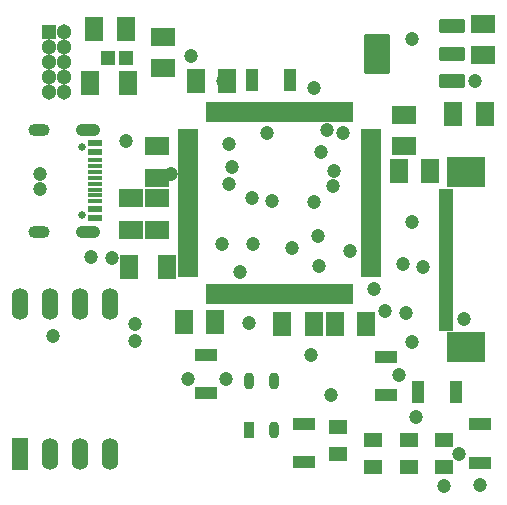
<source format=gts>
G04*
G04 #@! TF.GenerationSoftware,Altium Limited,Altium Designer,22.5.1 (42)*
G04*
G04 Layer_Color=8388736*
%FSLAX44Y44*%
%MOMM*%
G71*
G04*
G04 #@! TF.SameCoordinates,0A4DFAF1-6218-4570-9C88-57A128791E20*
G04*
G04*
G04 #@! TF.FilePolarity,Negative*
G04*
G01*
G75*
%ADD22R,1.1500X0.6000*%
%ADD23R,1.1500X0.3000*%
%ADD34O,0.8532X1.4532*%
%ADD35R,0.8532X1.4532*%
%ADD36R,1.8532X1.1032*%
%ADD37R,1.7272X0.5334*%
%ADD38R,0.5334X1.7272*%
%ADD39R,2.0232X1.6432*%
%ADD40R,1.1032X1.8532*%
%ADD41R,1.6032X1.2032*%
%ADD42R,1.3032X0.5032*%
%ADD43R,3.3032X2.5032*%
G04:AMPARAMS|DCode=44|XSize=3.4532mm|YSize=2.2532mm|CornerRadius=0.1529mm|HoleSize=0mm|Usage=FLASHONLY|Rotation=270.000|XOffset=0mm|YOffset=0mm|HoleType=Round|Shape=RoundedRectangle|*
%AMROUNDEDRECTD44*
21,1,3.4532,1.9475,0,0,270.0*
21,1,3.1475,2.2532,0,0,270.0*
1,1,0.3057,-0.9738,-1.5738*
1,1,0.3057,-0.9738,1.5738*
1,1,0.3057,0.9738,1.5738*
1,1,0.3057,0.9738,-1.5738*
%
%ADD44ROUNDEDRECTD44*%
G04:AMPARAMS|DCode=45|XSize=1.2032mm|YSize=2.2532mm|CornerRadius=0.1516mm|HoleSize=0mm|Usage=FLASHONLY|Rotation=270.000|XOffset=0mm|YOffset=0mm|HoleType=Round|Shape=RoundedRectangle|*
%AMROUNDEDRECTD45*
21,1,1.2032,1.9500,0,0,270.0*
21,1,0.9000,2.2532,0,0,270.0*
1,1,0.3032,-0.9750,-0.4500*
1,1,0.3032,-0.9750,0.4500*
1,1,0.3032,0.9750,0.4500*
1,1,0.3032,0.9750,-0.4500*
%
%ADD45ROUNDEDRECTD45*%
%ADD46R,1.5532X2.1032*%
%ADD47R,1.6432X2.0232*%
%ADD48R,1.2032X1.1732*%
%ADD49C,0.6500*%
G04:AMPARAMS|DCode=50|XSize=1mm|YSize=2.1mm|CornerRadius=0.5mm|HoleSize=0mm|Usage=FLASHONLY|Rotation=270.000|XOffset=0mm|YOffset=0mm|HoleType=Round|Shape=RoundedRectangle|*
%AMROUNDEDRECTD50*
21,1,1.0000,1.1000,0,0,270.0*
21,1,0.0000,2.1000,0,0,270.0*
1,1,1.0000,-0.5500,0.0000*
1,1,1.0000,-0.5500,0.0000*
1,1,1.0000,0.5500,0.0000*
1,1,1.0000,0.5500,0.0000*
%
%ADD50ROUNDEDRECTD50*%
G04:AMPARAMS|DCode=51|XSize=1mm|YSize=1.8mm|CornerRadius=0.5mm|HoleSize=0mm|Usage=FLASHONLY|Rotation=270.000|XOffset=0mm|YOffset=0mm|HoleType=Round|Shape=RoundedRectangle|*
%AMROUNDEDRECTD51*
21,1,1.0000,0.8000,0,0,270.0*
21,1,0.0000,1.8000,0,0,270.0*
1,1,1.0000,-0.4000,0.0000*
1,1,1.0000,-0.4000,0.0000*
1,1,1.0000,0.4000,0.0000*
1,1,1.0000,0.4000,0.0000*
%
%ADD51ROUNDEDRECTD51*%
%ADD52R,1.4032X2.7032*%
%ADD53O,1.4032X2.7032*%
%ADD54R,1.3032X1.3032*%
%ADD55C,1.3032*%
%ADD56C,1.2032*%
D22*
X76346Y237379D02*
D03*
Y301379D02*
D03*
Y245379D02*
D03*
Y293379D02*
D03*
D23*
Y251879D02*
D03*
Y256879D02*
D03*
Y261879D02*
D03*
Y266879D02*
D03*
Y271879D02*
D03*
Y276879D02*
D03*
Y281879D02*
D03*
Y286879D02*
D03*
D34*
X228340Y58172D02*
D03*
X206840Y99672D02*
D03*
X228340D02*
D03*
D35*
X206840Y58172D02*
D03*
D36*
X253254Y63404D02*
D03*
Y31104D02*
D03*
X170746Y121896D02*
D03*
Y89596D02*
D03*
X402000Y30700D02*
D03*
Y63000D02*
D03*
X323000Y120000D02*
D03*
Y87700D02*
D03*
D37*
X155284Y310284D02*
D03*
Y305284D02*
D03*
Y300284D02*
D03*
Y295284D02*
D03*
Y290284D02*
D03*
Y285284D02*
D03*
Y280284D02*
D03*
Y275284D02*
D03*
Y270284D02*
D03*
Y265284D02*
D03*
Y260284D02*
D03*
Y255284D02*
D03*
Y250284D02*
D03*
Y245284D02*
D03*
Y240284D02*
D03*
Y235284D02*
D03*
Y230284D02*
D03*
Y225284D02*
D03*
Y220284D02*
D03*
Y215284D02*
D03*
Y210284D02*
D03*
Y205284D02*
D03*
Y200284D02*
D03*
Y195284D02*
D03*
Y190284D02*
D03*
X309716D02*
D03*
Y195284D02*
D03*
Y200284D02*
D03*
Y205284D02*
D03*
Y210284D02*
D03*
Y215284D02*
D03*
Y220284D02*
D03*
Y225284D02*
D03*
Y230284D02*
D03*
Y235284D02*
D03*
Y240284D02*
D03*
Y245284D02*
D03*
Y250284D02*
D03*
Y255284D02*
D03*
Y260284D02*
D03*
Y265284D02*
D03*
Y270284D02*
D03*
Y275284D02*
D03*
Y280284D02*
D03*
Y285284D02*
D03*
Y290284D02*
D03*
Y295284D02*
D03*
Y300284D02*
D03*
Y305284D02*
D03*
Y310284D02*
D03*
D38*
X172500Y173068D02*
D03*
X177500D02*
D03*
X182500D02*
D03*
X187500D02*
D03*
X192500D02*
D03*
X197500D02*
D03*
X202500D02*
D03*
X207500D02*
D03*
X212500D02*
D03*
X217500D02*
D03*
X222500D02*
D03*
X227500D02*
D03*
X232500D02*
D03*
X237500D02*
D03*
X242500D02*
D03*
X247500D02*
D03*
X252500D02*
D03*
X257500D02*
D03*
X262500D02*
D03*
X267500D02*
D03*
X272500D02*
D03*
X277500D02*
D03*
X282500D02*
D03*
X287500D02*
D03*
X292500D02*
D03*
Y327500D02*
D03*
X287500D02*
D03*
X282500D02*
D03*
X277500D02*
D03*
X272500D02*
D03*
X267500D02*
D03*
X262500D02*
D03*
X257500D02*
D03*
X252500D02*
D03*
X247500D02*
D03*
X242500D02*
D03*
X237500D02*
D03*
X232500D02*
D03*
X227500D02*
D03*
X222500D02*
D03*
X217500D02*
D03*
X212500D02*
D03*
X207500D02*
D03*
X202500D02*
D03*
X197500D02*
D03*
X192500D02*
D03*
X187500D02*
D03*
X182500D02*
D03*
X177500D02*
D03*
X172500D02*
D03*
D39*
X107000Y227640D02*
D03*
Y254360D02*
D03*
X338000Y298640D02*
D03*
Y325360D02*
D03*
X134000Y391360D02*
D03*
Y364640D02*
D03*
X129000Y271640D02*
D03*
Y298360D02*
D03*
X405000Y402360D02*
D03*
Y375640D02*
D03*
X129000Y254360D02*
D03*
Y227640D02*
D03*
D40*
X381896Y90254D02*
D03*
X349596D02*
D03*
X209104Y354746D02*
D03*
X241404D02*
D03*
D41*
X342000Y49430D02*
D03*
Y26570D02*
D03*
X282000Y37570D02*
D03*
Y60430D02*
D03*
X372000Y49430D02*
D03*
Y26570D02*
D03*
X312000Y49430D02*
D03*
Y26570D02*
D03*
D42*
X373721Y260000D02*
D03*
Y255000D02*
D03*
Y250000D02*
D03*
Y245000D02*
D03*
Y240000D02*
D03*
Y235000D02*
D03*
Y230000D02*
D03*
Y225000D02*
D03*
Y220000D02*
D03*
Y215000D02*
D03*
Y210000D02*
D03*
Y205000D02*
D03*
Y200000D02*
D03*
Y195000D02*
D03*
Y190000D02*
D03*
Y185000D02*
D03*
Y180000D02*
D03*
Y175000D02*
D03*
Y170000D02*
D03*
Y165000D02*
D03*
Y160000D02*
D03*
Y155000D02*
D03*
Y150000D02*
D03*
Y145000D02*
D03*
D43*
X390721Y128300D02*
D03*
Y276700D02*
D03*
D44*
X315250Y377000D02*
D03*
D45*
X378750Y400000D02*
D03*
Y377000D02*
D03*
Y354000D02*
D03*
D46*
X137000Y196000D02*
D03*
X105000D02*
D03*
X104000Y352000D02*
D03*
X72000D02*
D03*
D47*
X360360Y278000D02*
D03*
X333640D02*
D03*
X102360Y398000D02*
D03*
X75640D02*
D03*
X188360Y354000D02*
D03*
X161640D02*
D03*
X379640Y326000D02*
D03*
X406360D02*
D03*
X261720Y148000D02*
D03*
X235000D02*
D03*
X306011Y148011D02*
D03*
X279291D02*
D03*
X178360Y150000D02*
D03*
X151640D02*
D03*
D48*
X87650Y373000D02*
D03*
X102350D02*
D03*
D49*
X65596Y240479D02*
D03*
Y298279D02*
D03*
D50*
X70596Y226179D02*
D03*
Y312579D02*
D03*
D51*
X28796Y226179D02*
D03*
Y312579D02*
D03*
D52*
X13200Y38000D02*
D03*
D53*
X38600D02*
D03*
X64000D02*
D03*
X89400D02*
D03*
X13200Y165000D02*
D03*
X38600D02*
D03*
X64000D02*
D03*
X89400D02*
D03*
D54*
X37500Y395400D02*
D03*
D55*
X50200D02*
D03*
X37500Y382700D02*
D03*
X50200D02*
D03*
X37500Y370000D02*
D03*
X50200D02*
D03*
X37500Y357300D02*
D03*
X50200D02*
D03*
X37500Y344600D02*
D03*
X50200D02*
D03*
D56*
X243000Y212640D02*
D03*
X29900Y275168D02*
D03*
Y262000D02*
D03*
X103000Y303000D02*
D03*
X158000Y375000D02*
D03*
X134191Y364460D02*
D03*
X292000Y210000D02*
D03*
X322000Y159000D02*
D03*
X312776Y177547D02*
D03*
X110000Y148000D02*
D03*
Y134000D02*
D03*
X73000Y205000D02*
D03*
X90710Y204000D02*
D03*
X102977Y254000D02*
D03*
X140378Y275000D02*
D03*
X107000Y227640D02*
D03*
X272539Y312539D02*
D03*
X278344Y277535D02*
D03*
X268000Y294000D02*
D03*
X286039Y310039D02*
D03*
X278000Y265000D02*
D03*
X192000Y281000D02*
D03*
X190000Y300804D02*
D03*
X221877Y309810D02*
D03*
X178293Y148844D02*
D03*
X345000Y234000D02*
D03*
X389000Y128000D02*
D03*
X279651Y148011D02*
D03*
X41000Y138000D02*
D03*
X184360Y354000D02*
D03*
X187441Y101390D02*
D03*
X361000Y278000D02*
D03*
X155461Y101531D02*
D03*
X276000Y88000D02*
D03*
X348000Y69000D02*
D03*
X345000Y133000D02*
D03*
X372000Y11000D02*
D03*
X384860Y37718D02*
D03*
X402000Y12000D02*
D03*
X151640Y150000D02*
D03*
X235000Y148000D02*
D03*
X207000Y149000D02*
D03*
X334000Y104890D02*
D03*
X210360Y216000D02*
D03*
X183640D02*
D03*
X338210Y298676D02*
D03*
X345000Y389000D02*
D03*
X398000Y354000D02*
D03*
X262000Y251000D02*
D03*
X400890Y277000D02*
D03*
X389000Y152000D02*
D03*
X262000Y348000D02*
D03*
X264790Y222803D02*
D03*
X199000Y192000D02*
D03*
X266000Y197000D02*
D03*
X226000Y252322D02*
D03*
X190000Y267000D02*
D03*
X259000Y122110D02*
D03*
X209255Y254534D02*
D03*
X305956Y148066D02*
D03*
X354000Y196460D02*
D03*
X340000Y157110D02*
D03*
X337000Y199000D02*
D03*
M02*

</source>
